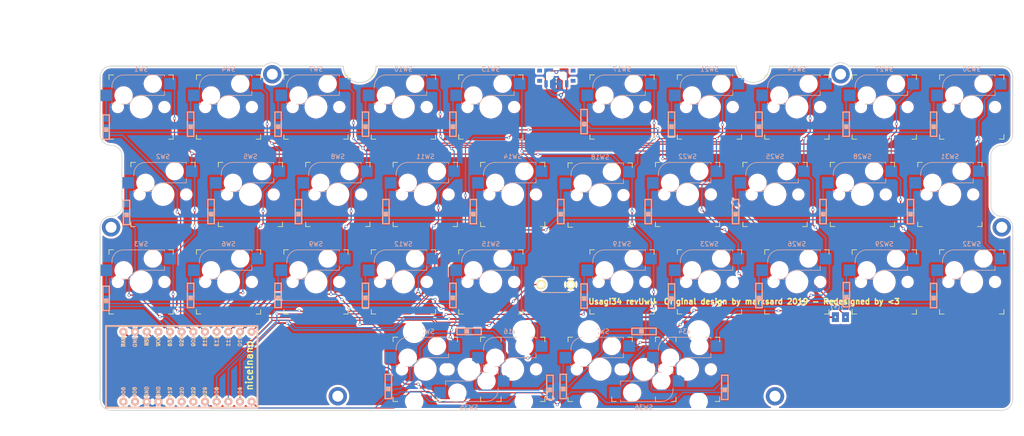
<source format=kicad_pcb>
(kicad_pcb (version 20211014) (generator pcbnew)
  (title_block (title "Treadstone32") (date "2019-06-12") (rev "1.1") (company "marksard"))
  (layers (0 "F.Cu" signal) (31 "B.Cu" signal) (34 "B.Paste" user) (35 "F.Paste" user) (36 "B.SilkS" user "B.Silkscreen") (37 "F.SilkS" user "F.Silkscreen") (38 "B.Mask" user) (39 "F.Mask" user) (44 "Edge.Cuts" user))
  (net 0 "")
  (net 1 "row4")
  (net 2 "row0")
  (net 3 "Net-(D1-Pad2)")
  (net 4 "Net-(D2-Pad2)")
  (net 5 "row1")
  (net 6 "row2")
  (net 7 "Net-(D3-Pad2)")
  (net 8 "Net-(D4-Pad2)")
  (net 9 "Net-(D5-Pad2)")
  (net 10 "Net-(D6-Pad2)")
  (net 11 "Net-(D7-Pad2)")
  (net 12 "Net-(D8-Pad2)")
  (net 13 "Net-(D9-Pad2)")
  (net 14 "Net-(D10-Pad2)")
  (net 15 "Net-(D11-Pad2)")
  (net 16 "Net-(D12-Pad2)")
  (net 17 "Net-(D13-Pad2)")
  (net 18 "Net-(D14-Pad2)")
  (net 19 "Net-(D15-Pad2)")
  (net 20 "row3")
  (net 21 "Net-(D16-Pad2)")
  (net 22 "Net-(D17-Pad2)")
  (net 23 "Net-(D18-Pad2)")
  (net 24 "row5")
  (net 25 "Net-(D19-Pad2)")
  (net 26 "row6")
  (net 27 "Net-(D20-Pad2)")
  (net 28 "row7")
  (net 29 "Net-(D21-Pad2)")
  (net 30 "Net-(D22-Pad2)")
  (net 31 "Net-(D23-Pad2)")
  (net 32 "Net-(D24-Pad2)")
  (net 33 "Net-(D25-Pad2)")
  (net 34 "Net-(D26-Pad2)")
  (net 35 "Net-(D27-Pad2)")
  (net 36 "Net-(D28-Pad2)")
  (net 37 "Net-(D29-Pad2)")
  (net 38 "Net-(D30-Pad2)")
  (net 39 "Net-(D31-Pad2)")
  (net 40 "Net-(D32-Pad2)")
  (net 41 "col0")
  (net 42 "col1")
  (net 43 "col2")
  (net 44 "col3")
  (net 45 "col4")
  (net 46 "Net-(D34-Pad2)")
  (net 47 "Net-(D33-Pad2)")
  (net 48 "Net-(D36-Pad2)")
  (net 49 "Net-(D35-Pad2)")
  (net 50 "BATT")
  (net 51 "GND")
  (net 52 "RST")
  (net 53 "x")
  (net 54 "raw")
  (net 55 "vcc")
  (footprint "keyswitches:Kailh_socket_MX" (layer "F.Cu") (at 114.82868 86.2528)
    (fp_text reference "SW2")
    (fp_text value "SW_PUSH")
  )
  (footprint "keyswitches:Kailh_socket_MX" (layer "F.Cu") (at 110.06606 105.30328)
    (fp_text reference "SW3")
    (fp_text value "SW_PUSH")
  )
  (footprint "keyswitches:Kailh_socket_MX" (layer "F.Cu") (at 129.11654 67.20232)
    (fp_text reference "SW4")
    (fp_text value "SW_PUSH")
  )
  (footprint "keyswitches:Kailh_socket_MX" (layer "F.Cu") (at 133.87916 86.2528)
    (fp_text reference "SW5")
    (fp_text value "SW_PUSH")
  )
  (footprint "keyswitches:Kailh_socket_MX" (layer "F.Cu") (at 129.11654 105.30328)
    (fp_text reference "SW6")
    (fp_text value "SW_PUSH")
  )
  (footprint "keyswitches:Kailh_socket_MX" (layer "F.Cu") (at 148.16702 67.20232)
    (fp_text reference "SW7")
    (fp_text value "SW_PUSH")
  )
  (footprint "keyswitches:Kailh_socket_MX" (layer "F.Cu") (at 152.92964 86.2528)
    (fp_text reference "SW8")
    (fp_text value "SW_PUSH")
  )
  (footprint "keyswitches:Kailh_socket_MX" (layer "F.Cu") (at 148.16702 105.30328)
    (fp_text reference "SW9")
    (fp_text value "SW_PUSH")
  )
  (footprint "keyswitches:Kailh_socket_MX" (layer "F.Cu") (at 167.2175 67.20232)
    (fp_text reference "SW10")
    (fp_text value "SW_PUSH")
  )
  (footprint "keyswitches:Kailh_socket_MX" (layer "F.Cu") (at 171.98012 86.2528)
    (fp_text reference "SW11")
    (fp_text value "SW_PUSH")
  )
  (footprint "keyswitches:Kailh_socket_MX" (layer "F.Cu") (at 167.2175 105.30328)
    (fp_text reference "SW12")
    (fp_text value "SW_PUSH")
  )
  (footprint "keyswitches:Kailh_socket_MX" (layer "F.Cu") (at 186.26798 67.20232)
    (fp_text reference "SW13")
    (fp_text value "SW_PUSH")
  )
  (footprint "keyswitches:Kailh_socket_MX" (layer "F.Cu") (at 191.0306 86.2528)
    (fp_text reference "SW14")
    (fp_text value "SW_PUSH")
  )
  (footprint "keyswitches:Kailh_socket_MX" (layer "F.Cu") (at 186.26798 105.30328)
    (fp_text reference "SW15")
    (fp_text value "SW_PUSH")
  )
  (footprint "keyswitches:Kailh_socket_MX" (layer "F.Cu") (at 214.8437 67.20232)
    (fp_text reference "SW17")
    (fp_text value "SW_PUSH")
  )
  (footprint "keyswitches:Kailh_socket_MX" (layer "F.Cu") (at 210.08108 86.382911)
    (fp_text reference "SW18")
    (fp_text value "SW_PUSH")
  )
  (footprint "keyswitches:Kailh_socket_MX" (layer "F.Cu") (at 214.8437 105.30328)
    (fp_text reference "SW19")
    (fp_text value "SW_PUSH")
  )
  (footprint "keyswitches:Kailh_socket_MX" (layer "F.Cu") (at 210.08108 124.35376)
    (fp_text reference "SW20")
    (fp_text value "SW_PUSH")
  )
  (footprint "keyswitches:Kailh_socket_MX" (layer "F.Cu") (at 233.89418 67.20232)
    (fp_text reference "SW21")
    (fp_text value "SW_PUSH")
  )
  (footprint "keyswitches:Kailh_socket_MX" (layer "F.Cu") (at 229.13156 86.2528)
    (fp_text reference "SW22")
    (fp_text value "SW_PUSH")
  )
  (footprint "keyswitches:Kailh_socket_MX" (layer "F.Cu") (at 233.89418 105.30328)
    (fp_text reference "SW23")
    (fp_text value "SW_PUSH")
  )
  (footprint "keyswitches:Kailh_socket_MX" (layer "F.Cu") (at 252.94466 67.20232)
    (fp_text reference "SW24")
    (fp_text value "SW_PUSH")
  )
  (footprint "keyswitches:Kailh_socket_MX" (layer "F.Cu") (at 248.18204 86.2528)
    (fp_text reference "SW25")
    (fp_text value "SW_PUSH")
  )
  (footprint "keyswitches:Kailh_socket_MX" (layer "F.Cu") (at 252.94466 105.30328)
    (fp_text reference "SW26")
    (fp_text value "SW_PUSH")
  )
  (footprint "keyswitches:Kailh_socket_MX" (layer "F.Cu") (at 271.99514 67.20232)
    (fp_text reference "SW27")
    (fp_text value "SW_PUSH")
  )
  (footprint "keyswitches:Kailh_socket_MX" (layer "F.Cu") (at 267.23252 86.2528)
    (fp_text reference "SW28")
    (fp_text value "SW_PUSH")
  )
  (footprint "keyswitches:Kailh_socket_MX" (layer "F.Cu") (at 271.99514 105.30328)
    (fp_text reference "SW29")
    (fp_text value "SW_PUSH")
  )
  (footprint "keyswitches:Kailh_socket_MX" (layer "F.Cu") (at 291.04562 67.20232)
    (fp_text reference "SW30")
    (fp_text value "SW_PUSH")
  )
  (footprint "keyswitches:Kailh_socket_MX" (layer "F.Cu") (at 286.283 86.2528)
    (fp_text reference "SW31")
    (fp_text value "SW_PUSH")
  )
  (footprint "keyswitches:Kailh_socket_MX" (layer "F.Cu") (at 291.04562 105.30328)
    (fp_text reference "SW32")
    (fp_text value "SW_PUSH")
  )
  (footprint "keyswitches:Kailh_socket_MX" (layer "F.Cu") (at 110.06606 67.20232)
    (fp_text reference "SW1")
    (fp_text value "SW_PUSH")
  )
  (footprint "kbd:LEGO_HOLE_2.4" (layer "F.Cu") (at 262.46486 60.06025)
    (fp_text reference "")
    (fp_text value "")
  )
  (footprint "kbd:LEGO_HOLE_2.4" (layer "F.Cu") (at 138.63986 60.06025)
    (fp_text reference "")
    (fp_text value "")
  )
  (footprint "kbd:LEGO_HOLE_2.4" (layer "F.Cu") (at 103.51763 93.39775)
    (fp_text reference "")
    (fp_text value "")
  )
  (footprint "kbd:LEGO_HOLE_2.4" (layer "F.Cu") (at 297.59521 93.39656)
    (fp_text reference "")
    (fp_text value "")
  )
  (footprint "kbd:LEGO_HOLE_2.4" (layer "F.Cu") (at 248.17736 130.21025)
    (fp_text reference "")
    (fp_text value "")
  )
  (footprint "kbd:LEGO_HOLE_2.4" (layer "F.Cu") (at 152.92736 130.21025)
    (fp_text reference "")
    (fp_text value "")
  )
  (footprint "keyswitches:Kailh_socket_MX" (layer "F.Cu") (at 229.13156 124.35376)
    (fp_text reference "SW34")
    (fp_text value "SW_PUSH")
  )
  (footprint "keyswitches:Kailh_socket_MX" (layer "F.Cu") (at 191.0306 124.35376)
    (fp_text reference "SW16")
    (fp_text value "SW_PUSH")
  )
  (footprint "keyswitches:Kailh_socket_MX" (layer "F.Cu") (at 181.50512 124.35376 180)
    (fp_text reference "SW35")
    (fp_text value "SW_PUSH")
  )
  (footprint "miaou:Stabilizer_Cherry_MX_2.00u" (layer "F.Cu") (at 181.50512 124.369 180)
    (fp_text reference "REF**" hide)
    (fp_text value "Stabilizer_Cherry_MX_2.00u" hide)
  )
  (footprint "miaou:Stabilizer_Cherry_MX_2.00u" (layer "F.Cu") (at 219.60608 124.369 180)
    (fp_text reference "REF**" hide)
    (fp_text value "Stabilizer_Cherry_MX_2.00u" hide)
  )
  (footprint "keyswitches:Kailh_socket_MX" (layer "F.Cu") (at 171.98012 124.35376)
    (fp_text reference "SW33")
    (fp_text value "SW_PUSH")
  )
  (footprint "keyswitches:Kailh_socket_MX" (layer "F.Cu") (at 219.60608 124.35376 180)
    (fp_text reference "SW36")
    (fp_text value "SW_PUSH")
  )
  (footprint "bugs:Battery_pads_reversible" (layer "F.Cu") (at 262.43986 112.979)
    (fp_text reference "BT1" hide)
    (fp_text value "Battery_Cell" hide)
  )
  (footprint "bugs:Power_reversible" (layer "F.Cu") (at 200.539857 60.378998 180)
    (fp_text reference "PSW1" hide)
    (fp_text value "SW_SPDT")
  )
  (footprint "kbd:ResetSW" (layer "F.Cu") (at 200.43986 105.879 180)
    (fp_text reference "SW16" hide)
    (fp_text value "SW_Push" hide)
  )
  (footprint "miaou:nice_nano" (layer "F.Cu") (at 120.17661 123.779)
    (fp_text reference "U1" hide)
    (fp_text value "nice_nano" hide)
  )
  (footprint "kbd:D3_SMD_only_front" (layer "B.Cu") (at 102.43986 108.879 90)
    (fp_text reference "D3" hide)
    (fp_text value "D" hide)
  )
  (footprint "kbd:D3_SMD_only_front" (layer "B.Cu") (at 102.44486 71.569 90)
    (fp_text reference "D1" hide)
    (fp_text value "D" hide)
  )
  (footprint "kbd:D3_SMD_only_front" (layer "B.Cu") (at 106.88986 90.159 90)
    (fp_text reference "D2" hide)
    (fp_text value "D" hide)
  )
  (footprint "kbd:D3_SMD_only_front" (layer "B.Cu") (at 120.85986 70.934 90)
    (fp_text reference "D4" hide)
    (fp_text value "D" hide)
  )
  (footprint "kbd:D3_SMD_only_front" (layer "B.Cu") (at 125.30486 89.984 90)
    (fp_text reference "D5" hide)
    (fp_text value "D" hide)
  )
  (footprint "kbd:D3_SMD_only_front" (layer "B.Cu") (at 120.85486 108.244 90)
    (fp_text reference "D6" hide)
    (fp_text value "D" hide)
  )
  (footprint "kbd:D3_SMD_only_front" (layer "B.Cu") (at 139.90986 70.934 90)
    (fp_text reference "D7" hide)
    (fp_text value "D" hide)
  )
  (footprint "kbd:D3_SMD_only_front" (layer "B.Cu") (at 144.35486 89.984 90)
    (fp_text reference "D8" hide)
    (fp_text value "D" hide)
  )
  (footprint "kbd:D3_SMD_only_front" (layer "B.Cu") (at 139.90486 108.244 90)
    (fp_text reference "D9" hide)
    (fp_text value "D" hide)
  )
  (footprint "kbd:D3_SMD_only_front" (layer "B.Cu") (at 158.95986 70.934 90)
    (fp_text reference "D10" hide)
    (fp_text value "D" hide)
  )
  (footprint "kbd:D3_SMD_only_front" (layer "B.Cu") (at 163.40486 89.984 90)
    (fp_text reference "D11" hide)
    (fp_text value "D" hide)
  )
  (footprint "kbd:D3_SMD_only_front" (layer "B.Cu") (at 158.95486 108.244 90)
    (fp_text reference "D12" hide)
    (fp_text value "D" hide)
  )
  (footprint "kbd:D3_SMD_only_front" (layer "B.Cu") (at 178.00986 70.934 90)
    (fp_text reference "D13" hide)
    (fp_text value "D" hide)
  )
  (footprint "kbd:D3_SMD_only_front" (layer "B.Cu") (at 182.45486 89.984 90)
    (fp_text reference "D14" hide)
    (fp_text value "D" hide)
  )
  (footprint "kbd:D3_SMD_only_front" (layer "B.Cu") (at 178.00486 108.244 90)
    (fp_text reference "D15" hide)
    (fp_text value "D" hide)
  )
  (footprint "kbd:D3_SMD_only_front" (layer "B.Cu") (at 206.58486 70.379 90)
    (fp_text reference "D17" hide)
    (fp_text value "D" hide)
  )
  (footprint "kbd:D3_SMD_only_front" (layer "B.Cu") (at 201.50486 89.984 90)
    (fp_text reference "D18" hide)
    (fp_text value "D" hide)
  )
  (footprint "kbd:D3_SMD_only_front" (layer "B.Cu") (at 206.58486 108.379 90)
    (fp_text reference "D19" hide)
    (fp_text value "D" hide)
  )
  (footprint "kbd:D3_SMD_only_front" (layer "B.Cu") (at 202.03986 128.079 90)
    (fp_text reference "D20" hide)
    (fp_text value "D" hide)
  )
  (footprint "kbd:D3_SMD_only_front" (layer "B.Cu") (at 225.63486 70.934 90)
    (fp_text reference "D21" hide)
    (fp_text value "D" hide)
  )
  (footprint "kbd:D3_SMD_only_front" (layer "B.Cu") (at 220.55486 89.984 90)
    (fp_text reference "D22" hide)
    (fp_text value "D" hide)
  )
  (footprint "kbd:D3_SMD_only_front" (layer "B.Cu") (at 225.63486 108.379 90)
    (fp_text reference "D23" hide)
    (fp_text value "D" hide)
  )
  (footprint "kbd:D3_SMD_only_front" (layer "B.Cu") (at 244.68486 70.934 90)
    (fp_text reference "D24" hide)
    (fp_text value "D" hide)
  )
  (footprint "kbd:D3_SMD_only_front" (layer "B.Cu") (at 244.68486 108.279 90)
    (fp_text reference "D26" hide)
    (fp_text value "D" hide)
  )
  (footprint "kbd:D3_SMD_only_front" (layer "B.Cu") (at 263.68986 70.934 90)
    (fp_text reference "D27" hide)
    (fp_text value "D" hide)
  )
  (footprint "kbd:D3_SMD_only_front" (layer "B.Cu") (at 258.65486 89.984 90)
    (fp_text reference "D28" hide)
    (fp_text value "D" hide)
  )
  (footprint "kbd:D3_SMD_only_front" (layer "B.Cu") (at 263.73486 108.079 90)
    (fp_text reference "D29" hide)
    (fp_text value "D" hide)
  )
  (footprint "kbd:D3_SMD_only_front" (layer "B.Cu") (at 282.73986 70.934 90)
    (fp_text reference "D30" hide)
    (fp_text value "D" hide)
  )
  (footprint "kbd:D3_SMD_only_front" (layer "B.Cu") (at 277.70486 89.984 90)
    (fp_text reference "D31" hide)
    (fp_text value "D" hide)
  )
  (footprint "kbd:D3_SMD_only_front" (layer "B.Cu") (at 282.73986 108.279 90)
    (fp_text reference "D32" hide)
    (fp_text value "D" hide)
  )
  (footprint "kbd:D3_SMD_only_front" (layer "B.Cu") (at 239.60486 89.984 90)
    (fp_text reference "D25" hide)
    (fp_text value "D" hide)
  )
  (footprint "kbd:D3_SMD_only_front" (layer "B.Cu") (at 237.23986 128.279 90)
    (fp_text reference "D34" hide)
    (fp_text value "D" hide)
  )
  (footprint "kbd:D3_SMD_only_front" (layer "B.Cu") (at 199.1389 128.279 90)
    (fp_text reference "D34" hide)
    (fp_text value "D" hide)
  )
  (footprint "kbd:D3_SMD_only_front" (layer "B.Cu") (at 163.9389 128.079 90)
    (fp_text reference "D20" hide)
    (fp_text value "D" hide)
  )
  (footprint "kbd:D3_SMD_only_front" (layer "B.Cu") (at 219.63986 116.079)
    (fp_text reference "D20" hide)
    (fp_text value "D" hide)
  )
  (footprint "kbd:D3_SMD_only_front" (layer "B.Cu") (at 181.5389 116.079)
    (fp_text reference "D20" hide)
    (fp_text value "D" hide)
  )
  (gr_circle (center 194.00779 114.82844) (end 193.41246 114.82844) (layer "F.SilkS") (width 0.2) (fill none))
  (gr_line (start 299.97053 73.157125) (end 299.97653 60.65341) (layer "Edge.Cuts") (width 0.2))
  (gr_line (start 101.13519 93.39776) (end 101.13632 130.90235) (layer "Edge.Cuts") (width 0.2))
  (gr_line (start 136.85611 58.27209) (end 103.51763 58.27209) (layer "Edge.Cuts") (width 0.2))
  (gr_line (start 154.117985 58.27209) (end 140.42809 58.27209) (layer "Edge.Cuts") (width 0.15))
  (gr_line (start 297.59521 58.27209) (end 264.25673 58.27209) (layer "Edge.Cuts") (width 0.2))
  (gr_line (start 103.51763 133.28366) (end 297.59521 133.28367) (layer "Edge.Cuts") (width 0.2))
  (gr_arc (start 103.51764 75.538315) (mid 101.8338 74.840845) (end 101.13633 73.157005) (layer "Edge.Cuts") (width 0.15))
  (gr_line (start 101.13631 60.65341) (end 101.13631 73.157125) (layer "Edge.Cuts") (width 0.2))
  (gr_arc (start 297.59522 58.2721) (mid 299.27906 58.96957) (end 299.97653 60.65341) (layer "Edge.Cuts") (width 0.2))
  (gr_arc (start 297.59422 91.01554) (mid 299.27806 91.71301) (end 299.97553 93.39685) (layer "Edge.Cuts") (width 0.15))
  (gr_line (start 239.842985 58.27209) (end 161.26464 58.27209) (layer "Edge.Cuts") (width 0.15))
  (gr_arc (start 161.26464 58.27209) (mid 157.691312 61.845418) (end 154.117985 58.27209) (layer "Edge.Cuts") (width 0.2))
  (gr_line (start 295.2139 77.91798) (end 295.21291 88.63423) (layer "Edge.Cuts") (width 0.15))
  (gr_arc (start 295.2139 77.91798) (mid 295.91137 76.23414) (end 297.59521 75.53667) (layer "Edge.Cuts") (width 0.15))
  (gr_arc (start 136.85611 58.27209) (mid 138.6421 57.532309) (end 140.42809 58.27209) (layer "Edge.Cuts") (width 0.15))
  (gr_arc (start 260.68475 58.27209) (mid 262.47074 57.532309) (end 264.25673 58.27209) (layer "Edge.Cuts") (width 0.15))
  (gr_line (start 260.68475 58.27209) (end 246.986735 58.27209) (layer "Edge.Cuts") (width 0.15))
  (gr_arc (start 299.97053 73.157125) (mid 299.275063 74.838216) (end 297.59521 75.53667) (layer "Edge.Cuts") (width 0.15))
  (gr_arc (start 101.13519 93.39776) (mid 101.83266 91.71392) (end 103.5165 91.01645) (layer "Edge.Cuts") (width 0.15))
  (gr_arc (start 297.59422 91.01554) (mid 295.91038 90.31807) (end 295.21291 88.63423) (layer "Edge.Cuts") (width 0.15))
  (gr_arc (start 299.97652 130.90236) (mid 299.27906 132.58621) (end 297.59521 133.28367) (layer "Edge.Cuts") (width 0.15))
  (gr_arc (start 103.51763 133.28366) (mid 101.833777 132.586198) (end 101.13632 130.90235) (layer "Edge.Cuts") (width 0.15))
  (gr_arc (start 103.51764 75.538315) (mid 105.20148 76.235785) (end 105.89895 77.919625) (layer "Edge.Cuts") (width 0.15))
  (gr_arc (start 246.986735 58.27209) (mid 243.41486 61.843965) (end 239.842985 58.27209) (layer "Edge.Cuts") (width 0.15))
  (gr_arc (start 101.13632 60.6534) (mid 101.83379 58.96956) (end 103.51763 58.27209) (layer "Edge.Cuts") (width 0.15))
  (gr_line (start 105.89895 77.919625) (end 105.89894 88.63393) (layer "Edge.Cuts") (width 0.15))
  (gr_arc (start 105.89894 88.63393) (mid 105.201133 90.318587) (end 103.5165 91.01645) (layer "Edge.Cuts") (width 0.15))
  (gr_line (start 299.97652 130.90236) (end 299.97553 93.39685) (layer "Edge.Cuts") (width 0.2))
  (gr_text "Usagi34 revUwU  Original design by marksard 2019 - Redesigned by <3" (at 241.43986 109.579) (layer "F.SilkS") (effects (font (size 1.2 1.2) (thickness 0.3))))
  (segment (start 168.752755 111.679) (end 174.03986 106.391895) (width 0.25) (layer "F.Cu") (net 1))
  (segment (start 174.03986 100.093549) (end 180.73986 93.393549) (width 0.25) (layer "F.Cu") (net 1))
  (segment (start 144.53986 111.579) (end 144.63986 111.679) (width 0.25) (layer "F.Cu") (net 1))
  (segment (start 174.03986 106.391895) (end 174.03986 100.093549) (width 0.25) (layer "F.Cu") (net 1))
  (segment (start 194.43986 72.179) (end 191.83986 72.179) (width 0.25) (layer "F.Cu") (net 1))
  (segment (start 144.63986 111.679) (end 168.752755 111.679) (width 0.25) (layer "F.Cu") (net 1))
  (segment (start 180.73986 93.393549) (end 180.73986 86.479) (width 0.25) (layer "F.Cu") (net 1))
  (segment (start 191.83986 72.179) (end 190.13986 73.879) (width 0.25) (layer "F.Cu") (net 1))
  (via (at 194.43986 72.179) (size 0.6) (drill 0.4) (layers "F.Cu" "B.Cu") (net 1))
  (via (at 180.73986 86.479) (size 0.6) (drill 0.4) (layers "F.Cu" "B.Cu") (net 1))
  (via (at 144.53986 111.579) (size 0.6) (drill 0.4) (layers "F.Cu" "B.Cu") (net 1))
  (via (at 190.13986 73.879) (size 0.6) (drill 0.4) (layers "F.Cu" "B.Cu") (net 1))
  (segment (start 282.73986 72.709) (end 263.68986 72.709) (width 0.25) (layer "B.Cu") (net 1))
  (segment (start 194.46486 72.154) (end 194.43986 72.179) (width 0.25) (layer "B.Cu") (net 1))
  (segment (start 207.13986 72.709) (end 206.58486 72.154) (width 0.25) (layer "B.Cu") (net 1))
  (segment (start 263.68986 72.709) (end 244.68486 72.709) (width 0.25) (layer "B.Cu") (net 1))
  (segment (start 180.73986 75.679) (end 180.73986 86.479) (width 0.25) (layer "B.Cu") (net 1))
  (segment (start 225.63486 72.709) (end 207.13986 72.709) (width 0.25) (layer "B.Cu") (net 1))
  (segment (start 244.68486 72.709) (end 225.63486 72.709) (width 0.25) (layer "B.Cu") (net 1))
  (segment (start 139.455976 111.579) (end 144.53986 111.579) (width 0.25) (layer "B.Cu") (net 1))
  (segment (start 138.53986 113.979) (end 138.53986 112.495116) (width 0.25) (layer "B.Cu") (net 1))
  (segment (start 182.53986 73.879) (end 180.73986 75.679) (width 0.25) (layer "B.Cu") (net 1))
  (segment (start 138.43986 114.079) (end 138.53986 113.979) (width 0.25) (layer "B.Cu") (net 1))
  (segment (start 126.52661 131.399) (end 126.52661 125.99225) (width 0.25) (layer "B.Cu") (net 1))
  (segment (start 126.52661 125.99225) (end 138.43986 114.079) (width 0.25) (layer "B.Cu") (net 1))
  (segment (start 206.58486 72.154) (end 194.46486 72.154) (width 0.25) (layer "B.Cu") (net 1))
  (segment (start 138.53986 112.495116) (end 139.455976 111.579) (width 0.25) (layer "B.Cu") (net 1))
  (segment (start 190.13986 73.879) (end 182.53986 73.879) (width 0.25) (layer "B.Cu") (net 1))
  (segment (start 118.66486 90.804) (end 118.66486 113.37725) (width 0.25) (layer "F.Cu") (net 2))
  (segment (start 117.93986 90.079) (end 118.66486 90.804) (width 0.25) (layer "F.Cu") (net 2))
  (segment (start 118.66486 113.37725) (end 121.44661 116.159) (width 0.25) (layer "F.Cu") (net 2))
  (via (at 117.93986 90.079) (size 0.6) (drill 0.4) (layers "F.Cu" "B.Cu") (net 2))
  (segment (start 117.93986 85.279) (end 117.93986 90.079) (width 0.25) (layer "B.Cu") (net 2))
  (segment (start 102.44486 73.344) (end 106.00486 73.344) (width 0.25) (layer "B.Cu") (net 2))
  (segment (start 103.07986 72.709) (end 102.44486 73.344) (width 0.25) (layer "B.Cu") (net 2))
  (segment (start 158.95986 72.709) (end 139.90986 72.709) (width 0.25) (layer "B.Cu") (net 2))
  (segment (start 106.00486 73.344) (end 117.43986 84.779) (width 0.25) (layer "B.Cu") (net 2))
  (segment (start 139.90986 72.709) (end 120.85986 72.709) (width 0.25) (layer "B.Cu") (net 2))
  (segment (start 178.00986 72.709) (end 158.95986 72.709) (width 0.25) (layer "B.Cu") (net 2))
  (segment (start 120.85986 72.709) (end 103.07986 72.709) (width 0.25) (layer "B.Cu") (net 2))
  (segment (start 117.43986 84.779) (end 117.93986 85.279) (width 0.25) (layer "B.Cu") (net 2))
  (segment (start 102.44486 69.794) (end 102.44486 64.72352) (width 0.25) (layer "B.Cu") (net 3))
  (segment (start 102.44486 64.72352) (end 102.50606 64.66232) (width 0.25) (layer "B.Cu") (net 3))
  (segment (start 106.88986 84.09162) (end 107.26868 83.7128) (width 0.25) (layer "B.Cu") (net 4))
  (segment (start 106.88986 88.384) (end 106.88986 84.09162) (width 0.25) (layer "B.Cu") (net 4))
  (segment (start 109.43986 108.179) (end 114.13986 112.879) (width 0.25) (layer "F.Cu") (net 5))
  (segment (start 107.43986 108.179) (end 109.43986 108.179) (width 0.25) (layer "F.Cu") (net 5))
  (via (at 114.13986 112.879) (size 0.6) (drill 0.4) (layers "F.Cu" "B.Cu") (net 5))
  (via (at 107.43986 108.179) (size 0.6) (drill 0.4) (layers "F.Cu" "B.Cu") (net 5))
  (segment (start 108.73986 103.079) (end 107.43986 104.379) (width 0.25) (layer "B.Cu") (net 5))
  (segment (start 144.35486 91.759) (end 163.40486 91.759) (width 0.25) (layer "B.Cu") (net 5))
  (segment (start 107.43986 104.379) (end 107.43986 108.179) (width 0.25) (layer "B.Cu") (net 5))
  (segment (start 106.88986 91.934) (end 125.12986 91.934) (width 0.25) (layer "B.Cu") (net 5))
  (segment (start 163.40486 91.759) (end 182.45486 91.759) (width 0.25) (layer "B.Cu") (net 5))
  (segment (start 125.30486 91.759) (end 144.35486 91.759) (width 0.25) (layer "B.Cu") (net 5))
  (segment (start 125.12986 91.934) (end 125.30486 91.759) (width 0.25) (layer "B.Cu") (net 5))
  (segment (start 114.13986 112.879) (end 115.62661 112.879) (width 0.25) (layer "B.Cu") (net 5))
  (segment (start 115.62661 112.879) (end 118.90661 116.159) (width 0.25) (layer "B.Cu") (net 5))
  (segment (start 106.88986 91.934) (end 108.73986 93.784) (width 0.25) (layer "B.Cu") (net 5))
  (segment (start 108.73986 93.784) (end 108.73986 103.079) (width 0.25) (layer "B.Cu") (net 5))
  (segment (start 158.95486 110.019) (end 139.90486 110.019) (width 0.25) (layer "B.Cu") (net 6))
  (segment (start 139.90486 110.019) (end 120.85486 110.019) (width 0.25) (layer "B.Cu") (net 6))
  (segment (start 102.43986 110.654) (end 110.86161 110.654) (width 0.25) (layer "B.Cu") (net 6))
  (segment (start 178.00486 110.019) (end 158.95486 110.019) (width 0.25) (layer "B.Cu") (net 6))
  (segment (start 120.85486 110.019) (end 103.07486 110.019) (width 0.25) (layer "B.Cu") (net 6))
  (segment (start 110.86161 110.654) (end 116.36661 116.159) (width 0.25) (layer "B.Cu") (net 6))
  (segment (start 103.07486 110.019) (end 102.43986 110.654) (width 0.25) (layer "B.Cu") (net 6))
  (segment (start 102.43986 107.104) (end 102.43986 102.82948) (width 0.25) (layer "B.Cu") (net 7))
  (segment (start 102.43986 102.82948) (end 102.50606 102.76328) (width 0.25) (layer "B.Cu") (net 7))
  (segment (start 120.85986 69.159) (end 120.85986 65.359) (width 0.25) (layer "B.Cu") (net 8))
  (segment (start 120.85986 65.359) (end 121.55654 64.66232) (width 0.25) (layer "B.Cu") (net 8))
  (segment (start 125.30486 84.7271) (end 126.31916 83.7128) (width 0.25) (layer "B.Cu") (net 9))
  (segment (start 125.30486 88.209) (end 125.30486 84.7271) (width 0.25) (layer "B.Cu") (net 9))
  (segment (start 120.85486 103.46496) (end 121.55654 102.76328) (width 0.25) (layer "B.Cu") (net 10))
  (segment (start 120.85486 106.469) (end 120.85486 103.46496) (width 0.25) (layer "B.Cu") (net 10))
  (segment (start 139.90986 69.159) (end 139.90986 65.35948) (width 0.25) (layer "B.Cu") (net 11))
  (segment (start 139.90986 65.35948) (end 140.60702 64.66232) (width 0.25) (layer "B.Cu") (net 11))
  (segment (start 144.35486 84.72758) (end 145.36964 83.7128) (width 0.25) (layer "B.Cu") (net 12))
  (segment (start 144.35486 88.209) (end 144.35486 84.72758) (width 0.25) (layer "B.Cu") (net 12))
  (segment (start 139.90486 103.46544) (end 140.60702 102.76328) (width 0.25) (layer "B.Cu") (net 13))
  (segment (start 139.90486 106.469) (end 139.90486 103.46544) (width 0.25) (layer "B.Cu") (net 13))
  (segment (start 158.95986 69.159) (end 158.95986 65.35996) (width 0.25) (layer "B.Cu") (net 14))
  (segment (start 158.95986 65.35996) (end 159.6575 64.66232) (width 0.25) (layer "B.Cu") (net 14))
  (segment (start 163.40486 88.209) (end 163.40486 84.72806) (width 0.25) (layer "B.Cu") (net 15))
  (segment (start 163.40486 84.72806) (end 164.42012 83.7128) (width 0.25) (layer "B.Cu") (net 15))
  (segment (start 158.95486 106.469) (end 158.95486 103.46592) (width 0.25) (layer "B.Cu") (net 16))
  (segment (start 158.95486 103.46592) (end 159.6575 102.76328) (width 0.25) (layer "B.Cu") (net 16))
  (segment (start 178.00986 65.36044) (end 178.70798 64.66232) (width 0.25) (layer "B.Cu") (net 17))
  (segment (start 178.00986 69.159) (end 178.00986 65.36044) (width 0.25) (layer "B.Cu") (net 17))
  (segment (start 182.45486 84.72854) (end 183.4706 83.7128) (width 0.25) (layer "B.Cu") (net 18))
  (segment (start 182.45486 88.209) (end 182.45486 84.72854) (width 0.25) (layer "B.Cu") (net 18))
  (segment (start 178.00486 106.469) (end 178.00486 103.4664) (width 0.25) (layer "B.Cu") (net 19))
  (segment (start 178.00486 103.4664) (end 178.70798 102.76328) (width 0.25) (layer "B.Cu") (net 19))
  (segment (start 174.03986 116.479) (end 170.83986 119.679) (width 0.25) (layer "B.Cu") (net 20))
  (segment (start 166.43986 129.279) (end 170.887862 129.279) (width 0.25) (layer "B.Cu") (net 20))
  (segment (start 168.63986 126.479) (end 166.53986 128.579) (width 0.25) (layer "B.Cu") (net 20))
  (segment (start 179.3639 116.479) (end 174.03986 116.479) (width 0.25) (layer "B.Cu") (net 20))
  (segment (start 166.53986 128.579) (end 165.2139 128.579) (width 0.25) (layer "B.Cu") (net 20))
  (segment (start 125.36661 132.779) (end 161.0139 132.779) (width 0.25) (layer "B.Cu") (net 20))
  (segment (start 168.63986 124.179) (end 168.63986 126.479) (width 0.25) (layer "B.Cu") (net 20))
  (segment (start 161.0139 132.779) (end 163.9389 129.854) (width 0.25) (layer "B.Cu") (net 20))
  (segment (start 172.987862 131.379) (end 189.93986 131.379) (width 0.25) (layer "B.Cu") (net 20))
  (segment (start 165.86486 129.854) (end 166.43986 129.279) (width 0.25) (layer "B.Cu") (net 20))
  (segment (start 163.9389 129.854) (end 165.86486 129.854) (width 0.25) (layer "B.Cu") (net 20))
  (segment (start 189.93986 131.379) (end 191.93986 129.379) (width 0.25) (layer "B.Cu") (net 20))
  (segment (start 170.83986 121.979) (end 168.63986 124.179) (width 0.25) (layer "B.Cu") (net 20))
  (segment (start 170.83986 119.679) (end 170.83986 121.979) (width 0.25) (layer "B.Cu") (net 20))
  (segment (start 123.98661 131.399) (end 125.36661 132.779) (width 0.25) (layer "B.Cu") (net 20))
  (segment (start 191.93986 129.379) (end 197.03986 129.379) (width 0.25) (layer "B.Cu") (net 20))
  (segment (start 197.03986 129.379) (end 197.71486 130.054) (width 0.25) (layer "B.Cu") (net 20))
  (segment (start 170.887862 129.279) (end 172.987862 131.379) (width 0.25) (layer "B.Cu") (net 20))
  (segment (start 197.71486 130.054) (end 199.1389 130.054) (width 0.25) (layer "B.Cu") (net 20))
  (segment (start 165.2139 128.579) (end 163.9389 129.854) (width 0.25) (layer "B.Cu") (net 20))
  (segment (start 179.7639 116.079) (end 179.3639 116.479) (width 0.25) (layer "B.Cu") (net 20))
  (segment (start 183.03986 126.379) (end 183.03986 128.179) (width 0.25) (layer "B.Cu") (net 21))
  (segment (start 183.73986 128.879) (end 196.7639 128.879) (width 0.25) (layer "B.Cu") (net 21))
  (segment (start 196.7639 128.879) (end 199.1389 126.504) (width 0.25) (layer "B.Cu") (net 21))
  (segment (start 183.03986 128.179) (end 183.73986 128.879) (width 0.25) (layer "B.Cu") (net 21))
  (segment (start 184.23986 122.58302) (end 184.23986 125.179) (width 0.25) (layer "B.Cu") (net 21))
  (segment (start 183.4706 121.81376) (end 184.23986 122.58302) (width 0.25) (layer "B.Cu") (net 21))
  (segment (start 184.23986 125.179) (end 183.03986 126.379) (width 0.25) (layer "B.Cu") (net 21))
  (segment (start 206.58486 65.36116) (end 207.2837 64.66232) (width 0.25) (layer "B.Cu") (net 22))
  (segment (start 206.58486 68.604) (end 206.58486 65.36116) (width 0.25) (layer "B.Cu") (net 22))
  (segment (start 201.50486 88.209) (end 201.50486 84.859131) (width 0.25) (layer "B.Cu") (net 23))
  (segment (start 201.50486 84.859131) (end 202.52108 83.842911) (width 0.25) (layer "B.Cu") (net 23))
  (segment (start 168.789151 112.279) (end 139.63986 112.279) (width 0.25) (layer "F.Cu") (net 24))
  (segment (start 176.43986 101.879) (end 176.43986 104.628291) (width 0.25) (layer "F.Cu") (net 24))
  (segment (start 184.33986 93.979) (end 176.43986 101.879) (width 0.25) (layer "F.Cu") (net 24))
  (segment (start 176.43986 104.628291) (end 168.789151 112.279) (width 0.25) (layer "F.Cu") (net 24))
  (segment (start 198.23986 93.979) (end 184.33986 93.979) (width 0.25) (layer "F.Cu") (net 24))
  (via (at 139.63986 112.279) (size 0.6) (drill 0.4) (layers "F.Cu" "B.Cu") (net 24))
  (via (at 198.23986 93.979) (size 0.6) (drill 0.4) (layers "F.Cu" "B.Cu") (net 24))
  (segment (start 201.50486 91.759) (end 200.45986 91.759) (width 0.25) (layer "B.Cu") (net 24))
  (segment (start 201.50486 91.759) (end 220.55486 91.759) (width 0.25) (layer "B.Cu") (net 24))
  (segment (start 139.63986 113.742604) (end 129.06661 124.315854) (width 0.25) (layer "B.Cu") (net 24))
  (segment (start 139.63986 112.279) (end 139.63986 113.742604) (width 0.25) (layer "B.Cu") (net 24))
  (segment (start 220.55486 91.759) (end 239.60486 91.759) (width 0.25) (layer "B.Cu") (net 24))
  (segment (start 200.45986 91.759) (end 198.23986 93.979) (width 0.25) (layer "B.Cu") (net 24))
  (segment (start 129.06661 124.315854) (end 129.06661 131.399) (width 0.25) (layer "B.Cu") (net 24))
  (segment (start 239.60486 91.759) (end 277.70486 91.759) (width 0.25) (layer "B.Cu") (net 24))
  (segment (start 206.58486 103.46212) (end 207.2837 102.76328) (width 0.25) (layer "B.Cu") (net 25))
  (segment (start 206.58486 106.604) (end 206.58486 103.46212) (width 0.25) (layer "B.Cu") (net 25))
  (segment (start 176.53986 112.379) (end 206.42443 112.379) (width 0.25) (layer "F.Cu") (net 26))
  (via (at 176.53986 112.379) (size 0.6) (drill 0.4) (layers "F.Cu" "B.Cu") (net 26))
  (via (at 206.42443 112.379) (size 0.6) (drill 0.4) (layers "F.Cu" "B.Cu") (net 26))
  (segment (start 164.980757 115.254) (end 143.698744 115.254) (width 0.25) (layer "B.Cu") (net 26))
  (segment (start 176.06486 112.854) (end 167.380757 112.854) (width 0.25) (layer "B.Cu") (net 26))
  (segment (start 206.42443 112.379) (end 206.58486 112.21857) (width 0.25) (layer "B.Cu") (net 26))
  (segment (start 244.88486 109.854) (end 244.68486 110.054) (width 0.25) (layer "B.Cu") (net 26))
  (segment (start 143.698744 115.254) (end 142.098744 113.654) (width 0.25) (layer "B.Cu") (net 26))
  (segment (start 140.36486 113.654) (end 131.60661 122.41225) (width 0.25) (layer "B.Cu") (net 26))
  (segment (start 225.63486 110.154) (end 206.58486 110.154) (width 0.25) (layer "B.Cu") (net 26))
  (segment (start 225.73486 110.054) (end 225.63486 110.154) (width 0.25) (layer "B.Cu") (net 26))
  (segment (start 176.53986 112.379) (end 176.06486 112.854) (width 0.25) (layer "B.Cu") (net 26))
  (segment (start 244.68486 110.054) (end 225.73486 110.054) (width 0.25) (layer "B.Cu") (net 26))
  (segment (start 263.93486 110.054) (end 263.73486 109.854) (width 0.25) (layer "B.Cu") (net 26))
  (segment (start 142.098744 113.654) (end 140.36486 113.654) (width 0.25) (layer "B.Cu") (net 26))
  (segment (start 263.73486 109.854) (end 244.88486 109.854) (width 0.25) (layer "B.Cu") (net 26))
  (segment (start 131.60661 122.41225) (end 131.60661 131.399) (width 0.25) (layer "B.Cu") (net 26))
  (segment (start 282.73986 110.054) (end 263.93486 110.054) (width 0.25) (layer "B.Cu") (net 26))
  (segment (start 206.58486 112.21857) (end 206.58486 110.154) (width 0.25) (layer "B.Cu") (net 26))
  (segment (start 167.380757 112.854) (end 164.980757 115.254) (width 0.25) (layer "B.Cu") (net 26))
  (segment (start 202.03986 122.29498) (end 202.52108 121.81376) (width 0.25) (layer "B.Cu") (net 27))
  (segment (start 202.03986 126.304) (end 202.03986 122.29498) (width 0.25) (layer "B.Cu") (net 27))
  (segment (start 182.263861 129.454999) (end 180.23986 131.479) (width 0.25) (layer "F.Cu") (net 28))
  (segment (start 172.763305 129.179) (end 168.73986 129.179) (width 0.25) (layer "F.Cu") (net 28))
  (segment (start 180.23986 131.479) (end 175.063305 131.479) (width 0.25) (layer "F.Cu") (net 28))
  (segment (start 168.73986 129.179) (end 165.13986 132.779) (width 0.25) (layer "F.Cu") (net 28))
  (segment (start 175.063305 131.479) (end 172.763305 129.179) (width 0.25) (layer "F.Cu") (net 28))
  (segment (start 135.52661 132.779) (end 134.14661 131.399) (width 0.25) (layer "F.Cu") (net 28))
  (segment (start 165.13986 132.779) (end 135.52661 132.779) (width 0.25) (layer "F.Cu") (net 28))
  (segment (start 198.115859 129.454999) (end 182.263861 129.454999) (width 0.25) (layer "F.Cu") (net 28))
  (segment (start 200.73986 132.079) (end 198.115859 129.454999) (width 0.25) (layer "F.Cu") (net 28))
  (via (at 200.73986 132.079) (size 0.6) (drill 0.4) (layers "F.Cu" "B.Cu") (net 28))
  (segment (start 202.03986 129.854) (end 203.16486 129.854) (width 0.25) (layer "B.Cu") (net 28))
  (segment (start 228.147895 129.379) (end 236.56486 129.379) (width 0.25) (layer "B.Cu") (net 28))
  (segment (start 211.33986 131.579) (end 225.947895 131.579) (width 0.25) (layer "B.Cu") (net 28))
  (segment (start 209.03986 129.279) (end 211.33986 131.579) (width 0.25) (layer "B.Cu") (net 28))
  (segment (start 203.73986 129.279) (end 209.03986 129.279) (width 0.25) (layer "B.Cu") (net 28))
  (segment (start 202.03986 129.854) (end 202.03986 130.779) (width 0.25) (layer "B.Cu") (net 28))
  (segment (start 203.16486 129.854) (end 203.73986 129.279) (width 0.25) (layer "B.Cu") (net 28))
  (segment (start 207.33986 123.979) (end 207.33986 123.579) (width 0.25) (layer "B.Cu") (net 28))
  (segment (start 211.53986 116.079) (end 217.86486 116.079) (width 0.25) (layer "B.Cu") (net 28))
  (segment (start 207.33986 123.579) (end 210.43986 120.479) (width 0.25) (layer "B.Cu") (net 28))
  (segment (start 202.03986 129.279) (end 207.33986 123.979) (width 0.25) (layer "B.Cu") (net 28))
  (segment (start 202.03986 130.779) (end 200.73986 132.079) (width 0.25) (layer "B.Cu") (net 28))
  (segment (start 202.03986 129.854) (end 202.03986 129.279) (width 0.25) (layer "B.Cu") (net 28))
  (segment (start 210.43986 120.479) (end 210.43986 117.179) (width 0.25) (layer "B.Cu") (net 28))
  (segment (start 236.56486 129.379) (end 237.23986 130.054) (width 0.25) (layer "B.Cu") (net 28))
  (segment (start 210.43986 117.179) (end 211.53986 116.079) (width 0.25) (layer "B.Cu") (net 28))
  (segment (start 225.947895 131.579) (end 228.147895 129.379) (width 0.25) (layer "B.Cu") (net 28))
  (segment (start 225.63486 69.159) (end 225.63486 65.36164) (width 0.25) (layer "B.Cu") (net 29))
  (segment (start 225.63486 65.36164) (end 226.33418 64.66232) (width 0.25) (layer "B.Cu") (net 29))
  (segment (start 220.55486 84.7295) (end 221.57156 83.7128) (width 0.25) (layer "B.Cu") (net 30))
  (segment (start 220.55486 88.209) (end 220.55486 84.7295) (width 0.25) (layer "B.Cu") (net 30))
  (segment (start 225.63486 103.4626) (end 226.33418 102.76328) (width 0.25) (layer "B.Cu") (net 31))
  (segment (start 225.63486 106.604) (end 225.63486 103.4626) (width 0.25) (layer "B.Cu") (net 31))
  (segment (start 244.68486 69.159) (end 244.68486 65.36212) (width 0.25) (layer "B.Cu") (net 32))
  (segment (start 244.68486 65.36212) (end 245.38466 64.66232) (width 0.25) (layer "B.Cu") (net 32))
  (segment (start 239.60486 84.72998) (end 240.62204 83.7128) (width 0.25) (layer "B.Cu") (net 33))
  (segment (start 239.60486 88.209) (end 239.60486 84.72998) (width 0.25) (layer "B.Cu") (net 33))
  (segment (start 244.68486 103.46308) (end 245.38466 102.76328) (width 0.25) (layer "B.Cu") (net 34))
  (segment (start 244.68486 106.504) (end 244.68486 103.46308) (width 0.25) (layer "B.Cu") (net 34))
  (segment (start 263.68986 69.159) (end 263.68986 65.4076) (width 0.25) (layer "B.Cu") (net 35))
  (segment (start 263.68986 65.4076) (end 264.43514 64.66232) (width 0.25) (layer "B.Cu") (net 35))
  (segment (start 258.65486 84.73046) (end 259.67252 83.7128) (width 0.25) (layer "B.Cu") (net 36))
  (segment (start 258.65486 88.209) (end 258.65486 84.73046) (width 0.25) (layer "B.Cu") (net 36))
  (segment (start 263.73486 106.304) (end 263.73486 103.46356) (width 0.25) (layer "B.Cu") (net 37))
  (segment (start 263.73486 103.46356) (end 264.43514 102.76328) (width 0.25) (layer "B.Cu") (net 37))
  (segment (start 282.73986 69.159) (end 282.73986 65.40808) (width 0.25) (layer "B.Cu") (net 38))
  (segment (start 282.73986 65.40808) (end 283.48562 64.66232) (width 0.25) (layer "B.Cu") (net 38))
  (segment (start 277.70486 84.73094) (end 278.723 83.7128) (width 0.25) (layer "B.Cu") (net 39))
  (segment (start 277.70486 88.209) (end 277.70486 84.73094) (width 0.25) (layer "B.Cu") (net 39))
  (segment (start 282.73986 106.504) (end 282.73986 103.50904) (width 0.25) (layer "B.Cu") (net 40))
  (segment (start 282.73986 103.50904) (end 283.48562 102.76328) (width 0.25) (layer "B.Cu") (net 40))
  (segment (start 121.73986 93.079) (end 121.73986 89.679) (width 0.25) (layer "F.Cu") (net 41))
  (segment (start 117.33986 73.479) (end 117.33986 69.679) (width 0.25) (layer "F.Cu") (net 41))
  (segment (start 196.53986 77.479) (end 121.33986 77.479) (width 0.25) (layer "F.Cu") (net 41))
  (segment (start 121.33986 77.479) (end 121.13986 77.279) (width 0.25) (layer "F.Cu") (net 41))
  (segment (start 118.03986 111.679) (end 117.03986 110.679) (width 0.25) (layer "F.Cu") (net 41))
  (segment (start 217.03986 89.879) (end 217.03986 92.579) (width 0.25) (layer "F.Cu") (net 41))
  (segment (start 117.03986 110.679) (end 117.03986 107.979) (width 0.25) (layer "F.Cu") (net 41))
  (segment (start 221.73986 107.479) (end 221.73986 111.079) (width 0.25) (layer "F.Cu") (net 41))
  (segment (start 121.13986 77.279) (end 117.33986 73.479) (width 0.25) (layer "F.Cu") (net 41))
  (segment (start 221.83986 70.679) (end 221.83986 74.079) (width 0.25) (layer "F.Cu") (net 41))
  (via (at 221.73986 107.479) (size 0.6) (drill 0.4) (layers "F.Cu" "B.Cu") (net 41))
  (via (at 121.13986 77.279) (size 0.6) (drill 0.4) (layers "F.Cu" "B.Cu") (net 41))
  (via (at 118.03986 111.679) (size 0.6) (drill 0.4) (layers "F.Cu" "B.Cu") (net 41))
  (via (at 121.73986 93.079) (size 0.6) (drill 0.4) (layers "F.Cu" "B.Cu") (net 41))
  (via (at 221.73986 111.079) (size 0.6) (drill 0.4) (layers "F.Cu" "B.Cu") (net 41))
  (via (at 221.83986 74.079) (size 0.6) (drill 0.4) (layers "F.Cu" "B.Cu") (net 41))
  (via (at 217.03986 89.879) (size 0.6) (drill 0.4) (layers "F.Cu" "B.Cu") (net 41))
  (via (at 121.73986 89.679) (size 0.6) (drill 0.4) (layers "F.Cu" "B.Cu") (net 41))
  (via (at 117.03986 107.979) (size 0.6) (drill 0.4) (layers "F.Cu" "B.Cu") (net 41))
  (via (at 117.33986 69.679) (size 0.6) (drill 0.4) (layers "F.Cu" "B.Cu") (net 41))
  (via (at 221.83986 70.679) (size 0.6) (drill 0.4) (layers "F.Cu" "B.Cu") (net 41))
  (via (at 217.03986 92.579) (size 0.6) (drill 0.4) (layers "F.Cu" "B.Cu") (net 41))
  (via (at 196.53986 77.479) (size 0.6) (drill 0.4) (layers "F.Cu" "B.Cu") (net 41))
  (segment (start 220.03986 112.129) (end 220.03986 119.479) (width 0.25) (layer "B.Cu") (net 41))
  (segment (start 119.50661 111.679) (end 123.98661 116.159) (width 0.25) (layer "B.Cu") (net 41))
  (segment (start 216.37108 81.302911) (end 212.547169 77.479) (width 0.25) (layer "B.Cu") (net 41))
  (segment (start 221.1337 100.22328) (end 221.73986 100.82944) (width 0.25) (layer "B.Cu") (net 41))
  (segment (start 221.83986 62.82848) (end 221.1337 62.12232) (width 0.25) (layer "B.Cu") (net 41))
  (segment (start 121.73986 81.79398) (end 121.73986 89.679) (width 0.25) (layer "B.Cu") (net 41))
  (segment (start 221.73986 111.079) (end 221.08986 111.079) (width 0.25) (layer "B.Cu") (net 41))
  (segment (start 121.73986 93.079) (end 121.73986 94.83948) (width 0.25) (layer "B.Cu") (net 41))
  (segment (start 117.03986 100.90708) (end 117.03986 107.979) (width 0.25) (layer "B.Cu") (net 41))
  (segment (start 212.547169 77.479) (end 196.53986 77.479) (width 0.25) (layer "B.Cu") (net 41))
  (segment (start 216.73986 122.779) (end 216.73986 126.179) (width 0.25) (layer "B.Cu") (net 41))
  (segment (start 118.03986 111.679) (end 119.50661 111.679) (width 0.25) (layer "B.Cu") (net 41))
  (segment (start 218.23986 77.679) (end 218.23986 79.434131) (width 0.25) (layer "B.Cu") (net 41))
  (segment (start 217.03986 92.579) (end 221.1337 96.67284) (width 0.25) (layer "B.Cu") (net 41))
  (segment (start 116.35606 62.12232) (end 117.33986 63.10612) (width 0.25) (layer "B.Cu") (net 41))
  (segment (start 221.73986 100.82944) (end 221.73986 107.479) (width 0.25) (layer "B.Cu") (net 41))
  (segment (start 220.03986 119.479) (end 216.73986 122.779) (width 0.25) (layer "B.Cu") (net 41))
  (segment (start 221.08986 111.079) (end 220.03986 112.129) (width 0.25) (layer "B.Cu") (net 41))
  (segment (start 116.35606 100.22328) (end 117.03986 100.90708) (width 0.25) (layer "B.Cu") (net 41))
  (segment (start 213.4851 129.43376) (end 213.31608 129.43376) (width 0.25) (layer "B.Cu") (net 41))
  (segment (start 121.73986 94.83948) (end 116.35606 100.22328) (width 0.25) (layer "B.Cu") (net 41))
  (segment (start 216.37108 81.302911) (end 217.03986 81.971691) (width 0.25) (layer "B.Cu") (net 41))
  (segment (start 221.83986 70.679) (end 221.83986 62.82848) (width 0.25) (layer "B.Cu") (net 41))
  (segment (start 216.73986 126.179) (end 213.4851 129.43376) (width 0.25) (layer "B.Cu") (net 41))
  (segment (start 221.83986 74.079) (end 218.23986 77.679) (width 0.25) (layer "B.Cu") (net 41))
  (segment (start 121.13986 77.279) (end 121.11868 77.30018) (width 0.25) (layer "B.Cu") (net 41))
  (segment (start 121.11868 81.1728) (end 121.73986 81.79398) (width 0.25) (layer "B.Cu") (net 41))
  (segment (start 221.1337 96.67284) (end 221.1337 100.22328) (width 0.25) (layer "B.Cu") (net 41))
  (segment (start 117.33986 63.10612) (end 117.33986 69.679) (width 0.25) (layer "B.Cu") (net 41))
  (segment (start 121.11868 77.30018) (end 121.11868 81.1728) (width 0.25) (layer "B.Cu") (net 41))
  (segment (start 217.03986 81.971691) (end 217.03986 89.879) (width 0.25) (layer "B.Cu") (net 41))
  (segment (start 218.23986 79.434131) (end 216.37108 81.302911) (width 0.25) (layer "B.Cu") (net 41))
  (segment (start 131.03986 107.679) (end 126.52661 112.19225) (width 0.25) (layer "F.Cu") (net 42))
  (segment (start 136.63986 89.879) (end 136.63986 92.579) (width 0.25) (layer "F.Cu") (net 42))
  (segment (start 239.63986 108.179) (end 240.83986 106.979) (width 0.25) (layer "F.Cu") (net 42))
  (segment (start 223.03986 74.079) (end 235.53986 74.079) (width 0.25) (layer "F.Cu") (net 42))
  (segment (start 138.53986 75.079) (end 222.03986 75.079) (width 0.25) (layer "F.Cu") (net 42))
  (segment (start 132.23986 107.679) (end 131.03986 107.679) (width 0.25) (layer "F.Cu") (net 42))
  (segment (start 240.83986 106.979) (end 240.83986 106.679) (width 0.25) (layer "F.Cu") (net 42))
  (segment (start 223.63986 118.479) (end 227.53986 114.579) (width 0.25) (layer "F.Cu") (net 42))
  (segment (start 234.418723 111.479) (end 237.718723 108.179) (width 0.25) (layer "F.Cu") (net 42))
  (segment (start 236.73986 72.879) (end 235.53986 74.079) (width 0.25) (layer "F.Cu") (net 42))
  (segment (start 240.83986 106.679) (end 240.83986 103.979) (width 0.25) (layer "F.Cu") (net 42))
  (segment (start 237.718723 108.179) (end 239.63986 108.179) (width 0.25) (layer "F.Cu") (net 42))
  (segment (start 232.23986 89.579) (end 236.53986 93.879) (width 0.25) (layer "F.Cu") (net 42))
  (segment (start 136.63986 92.579) (end 136.13986 93.079) (width 0.25) (layer "F.Cu") (net 42))
  (segment (start 236.53986 93.879) (end 237.13986 93.879) (width 0.25) (layer "F.Cu") (net 42))
  (segment (start 222.03986 75.079) (end 223.03986 74.079) (width 0.25) (layer "F.Cu") (net 42))
  (segment (start 218.83986 118.479) (end 223.63986 118.479) (width 0.25) (layer "F.Cu") (net 42))
  (segment (start 137.53986 74.079) (end 138.53986 75.079) (width 0.25) (layer "F.Cu") (net 42))
  (segment (start 236.73986 71.079) (end 236.73986 72.879) (width 0.25) (layer "F.Cu") (net 42))
  (segment (start 137.53986 70.879) (end 137.53986 74.079) (width 0.25) (layer "F.Cu") (net 42))
  (segment (start 240.83986 103.979) (end 240.33986 103.479) (width 0.25) (layer "F.Cu") (net 42))
  (segment (start 230.53986 111.479) (end 234.418723 111.479) (width 0.25) (layer "F.Cu") (net 42))
  (segment (start 126.52661 112.19225) (end 126.52661 116.159) (width 0.25) (layer "F.Cu") (net 42))
  (via (at 240.33986 103.479) (size 0.6) (drill 0.4) (layers "F.Cu" "B.Cu") (net 42))
  (via (at 137.53986 70.879) (size 0.6) (drill 0.4) (layers "F.Cu" "B.Cu") (net 42))
  (via (at 132.23986 107.679) (size 0.6) (drill 0.4) (layers "F.Cu" "B.Cu") (net 42))
  (via (at 138.53986 75.079) (size 0.6) (drill 0.4) (layers "F.Cu" "B.Cu") (net 42))
  (via (at 227.53986 114.579) (size 0.6) (drill 0.4) (layers "F.Cu" "B.Cu") (net 42))
  (via (at 230.53986 111.479) (size 0.6) (drill 0.4) (layers "F.Cu" "B.Cu") (net 42))
  (via (at 136.63986 89.879) (size 0.6) (drill 0.4) (layers "F.Cu" "B.Cu") (net 42))
  (via (at 232.23986 89.579) (size 0.6) (drill 0.4) (layers "F.Cu" "B.Cu") (net 42))
  (via (at 237.13986 93.879) (size 0.6) (drill 0.4) (layers "F.Cu" "B.Cu") (net 42))
  (via (at 236.73986 71.079) (size 0.6) (drill 0.4) (layers "F.Cu" "B.Cu") (net 42))
  (via (at 235.53986 74.079) (size 0.6) (drill 0.4) (layers "F.Cu" "B.Cu") (net 42))
  (via (at 218.83986 118.479) (size 0.6) (drill 0.4) (layers "F.Cu" "B.Cu") (net 42))
  (via (at 136.13986 93.079) (size 0.6) (drill 0.4) (layers "F.Cu" "B.Cu") (net 42))
  (segment (start 138.53986 75.079) (end 140.16916 76.7083) (width 0.25) (layer "B.Cu") (net 42))
  (segment (start 135.40654 62.12232) (end 137.53986 64.25564) (width 0.25) (layer "B.Cu") (net 42))
  (segment (start 240.18418 103.32332) (end 240.18418 100.22328) (width 0.25) (layer "B.Cu") (net 42))
  (segment (start 232.23986 84.3545) (end 232.23986 89.579) (width 0.25) (layer "B.Cu") (net 42))
  (segment (start 216.37108 119.27376) (end 218.0451 119.27376) (width 0.25) (layer "B.Cu") (net 42))
  (segment (start 135.40654 100.22328) (end 132.23986 103.38996) (width 0.25) (layer "B.Cu") (net 42))
  (segment (start 135.40654 93.81232) (end 135.40654 100.22328) (width 0.25) (layer "B.Cu") (net 42))
  (segment (start 132.23986 103.38996) (end 132.23986 107.679) (width 0.25) (layer "B.Cu") (net 42))
  (segment (start 236.73986 65.56664) (end 236.73986 71.079) (width 0.25) (layer "B.Cu") (net 42))
  (segment (start 235.42156 81.1728) (end 232.23986 84.3545) (width 0.25) (layer "B.Cu") (net 42))
  (segment (start 237.13986 93.879) (end 240.18418 96.92332) (width 0.25) (layer "B.Cu") (net 42))
  (segment (start 140.16916 81.1728) (end 140.16916 82.0497) (width 0.25) (layer "B.Cu") (net 42))
  (segment (start 227.53986 114.579) (end 230.53986 111.579) (width 0.25) (layer "B.Cu") (net 42))
  (segment (start 240.18418 62.12232) (end 236.73986 65.56664) (width 0.25) (layer "B.Cu") (net 42))
  (segment (start 230.53986 111.579) (end 230.53986 111.479) (width 0.25) (layer "B.Cu") (net 42))
  (segment (start 235.42156 74.1973) (end 235.42156 81.1728) (width 0.25) (layer "B.Cu") (net 42))
  (segment (start 240.18418 96.92332) (end 240.18418 100.22328) (width 0.25) (layer "B.Cu") (net 42))
  (segment (start 136.63986 85.579) (end 136.63986 89.879) (width 0.25) (layer "B.Cu") (net 42))
  (segment (start 137.53986 64.25564) (end 137.53986 70.879) (width 0.25) (layer "B.Cu") (net 42))
  (segment (start 140.16916 76.7083) (end 140.16916 81.1728) (width 0.25) (layer "B.Cu") (net 42))
  (segment (start 240.33986 103.479) (end 240.18418 103.32332) (width 0.25) (layer "B.Cu") (net 42))
  (segment (start 140.16916 82.0497) (end 137.03986 85.179) (width 0.25) (layer "B.Cu") (net 42))
  (segment (start 218.0451 119.27376) (end 218.83986 118.479) (width 0.25) (layer "B.Cu") (net 42))
  (segment (start 137.03986 85.179) (end 136.63986 85.579) (width 0.25) (layer "B.Cu") (net 42))
  (segment (start 235.53986 74.079) (end 235.42156 74.1973) (width 0.25) (layer "B.Cu") (net 42))
  (segment (start 136.13986 93.079) (end 135.40654 93.81232) (width 0.25) (layer "B.Cu") (net 42))
  (segment (start 248.93986 111.579) (end 252.63986 111.579) (width 0.25) (layer "F.Cu") (net 43))
  (segment (start 255.83986 69.679) (end 255.83986 72.679) (width 0.25) (layer "F.Cu") (net 43))
  (segment (start 222.226256 75.529) (end 222.976256 74.779) (width 0.25) (layer "F.Cu") (net 43))
  (segment (start 162.43986 116.479) (end 160.53986 114.579) (width 0.25) (layer "F.Cu") (net 43))
  (segment (start 156.33986 74.079) (end 156.33986 70.679) (width 0.25) (layer "F.Cu") (net 43))
  (segment (start 170.43986 127.579) (end 167.53986 127.579) (width 0.25) (layer "F.Cu") (net 43))
  (segment (start 137.24661 107.979) (end 129.06661 116.159) (width 0.25) (layer "F.Cu") (net 43))
  (segment (start 155.33986 110.979) (end 155.33986 110.679) (width 0.25) (layer "F.Cu") (net 43))
  (segment (start 167.53986 127.579) (end 163.93986 123.979) (width 0.25) (layer "F.Cu") (net 43))
  (segment (start 160.53986 114.579) (end 157.73986 114.579) (width 0.25) (layer "F.Cu") (net 43))
  (segment (start 162.43986 123.279) (end 162.43986 116.479) (width 0.25) (layer "F.Cu") (net 43))
  (segment (start 256.43986 89.579) (end 256.43986 92.879) (width 0.25) (layer "F.Cu") (net 43))
  (segment (start 155.83986 89.879) (end 155.83986 92.079) (width 0.25) (layer "F.Cu") (net 43))
  (segment (start 256.43986 92.879) (end 256.93986 93.379) (width 0.25) (layer "F.Cu") (net 43))
  (segment (start 155.83986 92.079) (end 154.73986 93.179) (width 0.25) (layer "F.Cu") (net 43))
  (segment (start 158.98986 75.529) (end 222.226256 75.529) (width 0.25) (layer "F.Cu") (net 43))
  (segment (start 253.73986 74.779) (end 254.43986 74.079) (width 0.25) (layer "F.Cu") (net 43))
  (segment (start 163.93986 123.979) (end 163.13986 123.979) (width 0.25) (layer "F.Cu") (net 43))
  (segment (start 255.83986 72.679) (end 254.43986 74.079) (width 0.25) (layer "F.Cu") (net 43))
  (segment (start 163.13986 123.979) (end 162.43986 123.279) (width 0.25) (layer "F.Cu") (net 43))
  (segment (start 158.38986 76.129) (end 158.98986 75.529) (width 0.25) (layer "F.Cu") (net 43))
  (segment (start 151.43986 107.979) (end 137.24661 107.979) (width 0.25) (layer "F.Cu") (net 43))
  (segment (start 222.976256 74.779) (end 253.73986 74.779) (width 0.25) (layer "F.Cu") (net 43))
  (segment (start 155.33986 110.679) (end 153.83986 109.179) (width 0.25) (layer "F.Cu") (net 43))
  (segment (start 252.63986 111.579) (end 256.03986 108.179) (width 0.25) (layer "F.Cu") (net 43))
  (via (at 156.33986 74.079) (size 0.6) (drill 0.4) (layers "F.Cu" "B.Cu") (net 43))
  (via (at 155.83986 89.879) (size 0.6) (drill 0.4) (layers "F.Cu" "B.Cu") (net 43))
  (via (at 256.43986 89.579) (size 0.6) (drill 0.4) (layers "F.Cu" "B.Cu") (net 43))
  (via (at 153.83986 109.179) (size 0.6) (drill 0.4) (layers "F.Cu" "B.Cu") (net 43))
  (via (at 254.43986 74.079) (size 0.6) (drill 0.4) (layers "F.Cu" "B.Cu") (net 43))
  (via (at 157.73986 114.579) (size 0.6) (drill 0.4) (layers "F.Cu" "B.Cu") (net 43))
  (via (at 256.03986 108.179) (size 0.6) (drill 0.4) (layers "F.Cu" "B.Cu") (net 43))
  (via (at 155.33986 110.979) (size 0.6) (drill 0.4) (layers "F.Cu" "B.Cu") (net 43))
  (via (at 151.43986 107.979) (size 0.6) (drill 0.4) (layers "F.Cu" "B.Cu") (net 43))
  (via (at 170.43986 127.579) (size 0.6) (drill 0.4) (layers "F.Cu" "B.Cu") (net 43))
  (via (at 156.33986 70.679) (size 0.6) (drill 0.4) (layers "F.Cu" "B.Cu") (net 43))
  (via (at 256.93986 93.379) (size 0.6) (drill 0.4) (layers "F.Cu" "B.Cu") (net 43))
  (via (at 255.83986 69.679) (size 0.6) (drill 0.4) (layers "F.Cu" "B.Cu") (net 43))
  (via (at 248.93986 111.579) (size 0.6) (drill 0.4) (layers "F.Cu" "B.Cu") (net 43))
  (via (at 158.38986 76.129) (size 0.6) (drill 0.4) (layers "F.Cu" "B.Cu") (net 43))
  (via (at 154.73986 93.179) (size 0.6) (drill 0.4) (layers "F.Cu" "B.Cu") (net 43))
  (segment (start 256.93986 93.379) (end 259.23466 95.6738) (width 0.25) (layer "B.Cu") (net 43))
  (segment (start 153.83986 109.179) (end 152.63986 107.979) (width 0.25) (layer "B.Cu") (net 43))
  (segment (start 159.21964 81.1728) (end 159.21964 81.79922) (width 0.25) (layer "B.Cu") (net 43))
  (segment (start 256.03986 108.179) (end 258.43986 108.179) (width 0.25) (layer "B.Cu") (net 43))
  (segment (start 239.73986 111.579) (end 248.93986 111.579) (width 0.25) (layer "B.Cu") (net 43))
  (segment (start 152.63986 107.979) (end 151.43986 107.979) (width 0.25) (layer "B.Cu") (net 43))
  (segment (start 151.43986 104.279) (end 151.43986 107.979) (width 0.25) (layer "B.Cu") (net 43))
  (segment (start 156.33986 74.079) (end 158.38986 76.129) (width 0.25) (layer "B.Cu") (net 43))
  (segment (start 239.23986 112.079) (end 239.73986 111.579) (width 0.25) (layer "B.Cu") (net 43))
  (segment (start 254.47204 74.11118) (end 254.47204 81.1728) (width 0.25) (layer "B.Cu") (net 43))
  (segment (start 258.43986 108.179) (end 260.03986 106.579) (width 0.25) (layer "B.Cu") (net 43))
  (segment (start 260.03986 101.02848) (end 259.23466 100.22328) (width 0.25) (layer "B.Cu") (net 43))
  (segment (start 154.45702 93.46184) (end 154.45702 100.22328) (width 0.25) (layer "B.Cu") (net 43))
  (segment (start 259.23466 95.6738) (end 259.23466 100.22328) (width 0.25) (layer "B.Cu") (net 43))
  (segment (start 254.43986 74.079) (end 254.47204 74.11118) (width 0.25) (layer "B.Cu") (net 43))
  (segment (start 254.47204 81.1728) (end 256.43986 83.14062) (width 0.25) (layer "B.Cu") (net 43))
  (segment (start 157.73986 113.379) (end 155.33986 110.979) (width 0.25) (layer "B.Cu") (net 43))
  (segment (start 159.21964 76.95878) (end 159.21964 81.1728) (width 0.25) (layer "B.Cu") (net 43))
  (segment (start 172.29462 129.43376) (end 170.43986 127.579) (width 0.25) (layer "B.Cu") (net 43))
  (segment (start 155.83986 85.179) (end 155.83986 89.879) (width 0.25) (layer "B.Cu") (net 43))
  (segment (start 156.03986 84.979) (end 155.83986 85.179) (width 0.25) (layer "B.Cu") (net 43))
  (segment (start 154.45702 101.26184) (end 151.73986 103.979) (width 0.25) (layer "B.Cu") (net 43))
  (segment (start 159.21964 81.79922) (end 156.03986 84.979) (width 0.25) (layer "B.Cu") (net 43))
  (segment (start 156.33986 64.00516) (end 156.33986 70.679) (width 0.25) (layer "B.Cu") (net 43))
  (segment (start 175.21512 129.43376) (end 172.29462 129.43376) (width 0.25) (layer "B.Cu") (net 43))
  (segment (start 151.73986 103.979) (end 151.43986 104.279) (width 0.25) (layer "B.Cu") (net 43))
  (segment (start 259.23466 62.12232) (end 255.83986 65.51712) (width 0.25) (layer "B.Cu") (net 43))
  (segment (start 154.45702 62.12232) (end 156.33986 64.00516) (width 0.25) (layer "B.Cu") (net 43))
  (segment (start 260.03986 106.579) (end 260.03986 101.02848) (width 0.25) (layer "B.Cu") (net 43))
  (segment (start 157.73986 114.579) (end 157.73986 113.379) (width 0.25) (layer "B.Cu") (net 43))
  (segment (start 158.38986 76.129) (end 159.21964 76.95878) (width 0.25) (layer "B.Cu") (net 43))
  (segment (start 235.42156 119.27376) (end 235.42156 115.8973) (width 0.25) (layer "B.Cu") (net 43))
  (segment (start 256.43986 83.14062) (end 256.43986 89.579) (width 0.25) (layer "B.Cu") (net 43))
  (segment (start 255.83986 65.51712) (end 255.83986 69.679) (width 0.25) (layer "B.Cu") (net 43))
  (segment (start 235.42156 115.8973) (end 239.23986 112.079) (width 0.25) (layer "B.Cu") (net 43))
  (segment (start 154.73986 93.179) (end 154.45702 93.46184) (width 0.25) (layer "B.Cu") (net 43))
  (segment (start 154.45702 100.22328) (end 154.45702 101.26184) (width 0.25) (layer "B.Cu") (net 43))
  (segment (start 222.412652 75.979) (end 223.112652 75.279) (width 0.25) (layer "F.Cu") (net 44))
  (segment (start 174.83986 92.079) (end 173.83986 93.079) (width 0.25) (layer "F.Cu") (net 44))
  (segment (start 175.33986 73.579) (end 175.23986 73.479) (width 0.25) (layer "F.Cu") (net 44))
  (segment (start 152.880976 108.237884) (end 152.33986 108.779) (width 0.25) (layer "F.Cu") (net 44))
  (segment (start 223.112652 75.279) (end 271.83986 75.279) (width 0.25) (layer "F.Cu") (net 44))
  (segment (start 177.43986 116.079) (end 177.73986 115.779) (width 0.25) (layer "F.Cu") (net 44))
  (segment (start 271.83986 75.279) (end 273.33986 73.779) (width 0.25) (layer "F.Cu") (net 44))
  (segment (start 175.23986 73.479) (end 175.23986 68.779) (width 0.25) (layer "F.Cu") (net 44))
  (segment (start 177.68986 76.229) (end 177.93986 75.979) (width 0.25) (layer "F.Cu") (net 44))
  (segment (start 174.83986 89.179) (end 174.83986 92.079) (width 0.25) (layer "F.Cu") (net 44))
  (segment (start 175.43986 111.079) (end 174.13986 109.779) (width 0.25) (layer "F.Cu") (net 44))
  (segment (start 169.580976 108.237884) (end 152.880976 108.237884) (width 0.25) (layer "F.Cu") (net 44))
  (segment (start 274.63986 70.879) (end 274.63986 72.479) (width 0.25) (layer "F.Cu") (net 44))
  (segment (start 274.63986 72.479) (end 273.33986 73.779) (width 0.25) (layer "F.Cu") (net 44))
  (segment (start 174.13986 109.779) (end 174.13986 109.079) (width 0.25) (layer "F.Cu") (net 44))
  (segment (start 177.93986 75.979) (end 222.412652 75.979) (width 0.25) (layer "F.Cu") (net 44))
  (segment (start 138.98661 108.779) (end 131.60661 116.159) (width 0.25) (layer "F.Cu") (net 44))
  (segment (start 152.33986 108.779) (end 138.98661 108.779) (width 0.25) (layer "F.Cu") (net 44))
  (segment (start 177.43986 117.279) (end 177.43986 116.079) (width 0.25) (layer "F.Cu") (net 44))
  (segment (start 170.43986 107.379) (end 169.580976 108.237884) (width 0.25) (layer "F.Cu") (net 44))
  (segment (start 275.53986 93.079) (end 276.13986 93.679) (width 0.25) (layer "F.Cu") (net 44))
  (segment (start 275.53986 87.379) (end 275.53986 93.079) (width 0.25) (layer "F.Cu") (net 44))
  (via (at 175.33986 73.579) (size 0.6) (drill 0.4) (layers "F.Cu" "B.Cu") (net 44))
  (via (at 170.43986 107.379) (size 0.6) (drill 0.4) (layers "F.Cu" "B.Cu") (net 44))
  (via (at 273.33986 73.779) (size 0.6) (drill 0.4) (layers "F.Cu" "B.Cu") (net 44))
  (via (at 173.83986 93.079) (size 0.6) (drill 0.4) (layers "F.Cu" "B.Cu") (net 44))
  (via (at 177.73986 115.779) (size 0.6) (drill 0.4) (layers "F.Cu" "B.Cu") (net 44))
  (via (at 177.43986 117.279) (size 0.6) (drill 0.4) (layers "F.Cu" "B.Cu") (net 44))
  (via (at 177.68986 76.229) (size 0.6) (drill 0.4) (layers "F.Cu" "B.Cu") (net 44))
  (via (at 275.53986 87.379) (size 0.6) (drill 0.4) (layers "F.Cu" "B.Cu") (net 44))
  (via (at 276.13986 93.679) (size 0.6) (drill 0.4) (layers "F.Cu" "B.Cu") (net 44))
  (via (at 174.13986 109.079) (size 0.6) (drill 0.4) (layers "F.Cu" "B.Cu") (net 44))
  (via (at 174.83986 89.179) (size 0.6) (drill 0.4) (layers "F.Cu" "B.Cu") (net 44))
  (via (at 175.23986 68.779) (size 0.6) (drill 0.4) (layers "F.Cu" "B.Cu") (net 44))
  (via (at 274.63986 70.879) (size 0.6) (drill 0.4) (layers "F.Cu" "B.Cu") (net 44))
  (via (at 175.43986 111.079) (size 0.6) (drill 0.4) (layers "F.Cu" "B.Cu") (net 44))
  (segment (start 170.73986 103.979) (end 170.43986 104.279) (width 0.25) (layer "B.Cu") (net 44))
  (segment (start 175.13986 85.379) (end 174.83986 85.679) (width 0.25) (layer "B.Cu") (net 44))
  (segment (start 175.33986 73.579) (end 175.33986 73.879) (width 0.25) (layer "B.Cu") (net 44))
  (segment (start 177.68986 76.229) (end 178.27012 76.80926) (width 0.25) (layer "B.Cu") (net 44))
  (segment (start 174.13986 109.079) (end 172.13986 109.079) (width 0.25) (layer "B.Cu") (net 44))
  (segment (start 274.63986 66.779) (end 274.63986 70.879) (width 0.25) (layer "B.Cu") (net 44))
  (segment (start 278.28514 95.82428) (end 278.28514 100.22328) (width 0.25) (layer "B.Cu") (net 44))
  (segment (start 173.5075 100.22328) (end 173.5075 101.21136) (width 0.25) (layer "B.Cu") (net 44))
  (segment (start 177.73986 115.079) (end 178.63986 114.179) (width 0.25) (layer "B.Cu") (net 44))
  (segment (start 178.27012 119.27376) (end 178.27012 118.10926) (width 0.25) (layer "B.Cu") (net 44))
  (segment (start 273.52252 81.1728) (end 273.54752 81.1728) (width 0.25) (layer "B.Cu") (net 44))
  (segment (start 178.27012 82.24874) (end 175.13986 85.379) (width 0.25) (layer "B.Cu") (net 44))
  (segment (start 178.27012 76.80926) (end 178.27012 81.1728) (width 0.25) (layer "B.Cu") (net 44))
  (segment (start 276.13986 93.679) (end 278.28514 95.82428) (width 0.25) (layer "B.Cu") (net 44))
  (segment (start 278.28514 63.13372) (end 274.93986 66.479) (width 0.25) (layer "B.Cu") (net 44))
  (segment (start 177.13986 111.579) (end 176.63986 111.079) (width 0.25) (layer "B.Cu") (net 44))
  (segment (start 173.83986 93.079) (end 173.5075 93.41136) (width 0.25) (layer "B.Cu") (net 44))
  (segment (start 178.63986 114.179) (end 178.63986 113.079) (width 0.25) (layer "B.Cu") (net 44))
  (segment (start 170.43986 104.279) (end 170.43986 107.379) (width 0.25) (layer "B.Cu") (net 44))
  (segment (start 275.53986 83.16514) (end 275.53986 87.379) (width 0.25) (layer "B.Cu") (net 44))
  (segment (start 178.27012 118.10926) (end 177.43986 117.279) (width 0.25) (layer "B.Cu") (net 44))
  (segment (start 174.83986 85.679) (end 174.83986 89.179) (width 0.25) (layer "B.Cu") (net 44))
  (segment (start 178.27012 81.1728) (end 178.27012 82.24874) (width 0.25) (layer "B.Cu") (net 44))
  (segment (start 177.73986 115.779) (end 177.73986 115.079) (width 0.25) (layer "B.Cu") (net 44))
  (segment (start 173.5075 62.12232) (end 175.23986 63.85468) (width 0.25) (layer "B.Cu") (net 44))
  (segment (start 172.13986 109.079) (end 170.43986 107.379) (width 0.25) (layer "B.Cu") (net 44))
  (segment (start 278.28514 62.12232) (end 278.28514 63.13372) (width 0.25) (layer "B.Cu") (net 44))
  (segment (start 176.63986 111.079) (end 175.43986 111.079) (width 0.25) (layer "B.Cu") (net 44))
  (segment (start 273.54752 81.1728) (end 275.53986 83.16514) (width 0.25) (layer "B.Cu") (net 44))
  (segment (start 173.5075 101.21136) (end 170.73986 103.979) (width 0.25) (layer "B.Cu") (net 44))
  (segment (start 175.23986 63.85468) (end 175.23986 68.779) (width 0.25) (layer "B.Cu") (net 44))
  (segment (start 273.33986 73.779) (end 273.52252 73.96166) (width 0.25) (layer "B.Cu") (net 44))
  (segment (start 175.33986 73.879) (end 177.68986 76.229) (width 0.25) (layer "B.Cu") (net 44))
  (segment (start 178.63986 113.079) (end 177.13986 111.579) (width 0.25) (layer "B.Cu") (net 44))
  (segment (start 274.93986 66.479) (end 274.63986 66.779) (width 0.25) (layer "B.Cu") (net 44))
  (segment (start 173.5075 93.41136) (end 173.5075 100.22328) (width 0.25) (layer "B.Cu") (net 44))
  (segment (start 273.52252 73.96166) (end 273.52252 81.1728) (width 0.25) (layer "B.Cu") (net 44))
  (segment (start 174.53986 114.079) (end 186.73986 114.079) (width 0.25) (layer "F.Cu") (net 45))
  (segment (start 137.22661 113.079) (end 173.53986 113.079) (width 0.25) (layer "F.Cu") (net 45))
  (segment (start 191.83986 121.879) (end 194.33986 121.879) (width 0.25) (layer "F.Cu") (net 45))
  (segment (start 173.53986 113.079) (end 174.53986 114.079) (width 0.25) (layer "F.Cu") (net 45))
  (segment (start 290.03986 76.779) (end 292.573 74.24586) (width 0.25) (layer "F.Cu") (net 45))
  (segment (start 193.03986 76.779) (end 290.03986 76.779) (width 0.25) (layer "F.Cu") (net 45))
  (segment (start 190.13986 120.179) (end 191.83986 121.879) (width 0.25) (layer "F.Cu") (net 45))
  (segment (start 190.13986 117.479) (end 190.13986 120.179) (width 0.25) (layer "F.Cu") (net 45))
  (segment (start 134.14661 116.159) (end 137.22661 113.079) (width 0.25) (layer "F.Cu") (net 45))
  (segment (start 186.73986 114.079) (end 190.13986 117.479) (width 0.25) (layer "F.Cu") (net 45))
  (via (at 194.33986 121.879) (size 0.6) (drill 0.4) (layers "F.Cu" "B.Cu") (net 45))
  (via (at 292.573 74.24586) (size 0.6) (drill 0.4) (layers "F.Cu" "B.Cu") (net 45))
  (via (at 193.03986 76.779) (size 0.6) (drill 0.4) (layers "F.Cu" "B.Cu") (net 45))
  (segment (start 197.3206 119.27376) (end 196.43986 118.39302) (width 0.25) (layer "B.Cu") (net 45))
  (segment (start 294.03986 82.63966) (end 294.03986 96.92752) (width 0.25) (layer "B.Cu") (net 45))
  (segment (start 192.55798 100.22328) (end 194.525865 98.255395) (width 0.25) (layer "B.Cu") (net 45))
  (segment (start 192.93986 111.579) (end 192.93986 100.60516) (width 0.25) (layer "B.Cu") (net 45))
  (segment (start 194.525865 98.255395) (end 194.525865 83.967535) (width 0.25) (layer "B.Cu") (net 45))
  (segment (start 193.03986 76.89206) (end 193.03986 76.779) (width 0.25) (layer "B.Cu") (net 45))
  (segment (start 193.03986 76.779) (end 193.03986 62.6042) (width 0.25) (layer "B.Cu") (net 45))
  (segment (start 292.573 81.1728) (end 294.03986 82.63966) (width 0.25) (layer "B.Cu") (net 45))
  (segment (start 297.33562 62.12232) (end 293.83986 65.61808) (width 0.25) (layer "B.Cu") (net 45))
  (segment (start 194.71536 121.879) (end 197.3206 119.27376) (width 0.25) (layer "B.Cu") (net 45))
  (segment (start 292.573 74.24586) (end 292.573 81.1728) (width 0.25) (layer "B.Cu") (net 45))
  (segment (start 293.83986 68.979) (end 292.573 70.24586) (width 0.25) (layer "B.Cu") (net 45))
  (segment (start 197.3206 81.1728) (end 193.03986 76.89206) (width 0.25) (layer "B.Cu") (net 45))
  (segment (start 194.33986 121.879) (end 194.71536 121.879) (width 0.25) (layer "B.Cu") (net 45))
  (segment (start 196.43986 118.39302) (end 196.43986 115.079) (width 0.25) (layer "B.Cu") (net 45))
  (segment (start 193.03986 62.6042) (end 192.55798 62.12232) (width 0.25) (layer "B.Cu") (net 45))
  (segment (start 196.43986 115.079) (end 192.93986 111.579) (width 0.25) (layer "B.Cu") (net 45))
  (segment (start 292.573 70.24586) (end 292.573 74.24586) (width 0.25) (layer "B.Cu") (net 45))
  (segment (start 293.83986 65.61808) (end 293.83986 68.979) (width 0.25) (layer "B.Cu") (net 45))
  (segment (start 192.93986 100.60516) (end 192.55798 100.22328) (width 0.25) (layer "B.Cu") (net 45))
  (segment (start 294.03986 96.92752) (end 297.33562 100.22328) (width 0.25) (layer "B.Cu") (net 45))
  (segment (start 194.525865 83.967535) (end 197.3206 81.1728) (width 0.25) (layer "B.Cu") (net 45))
  (segment (start 234.86486 128.879) (end 237.23986 126.504) (width 0.25) (layer "B.Cu") (net 46))
  (segment (start 221.57156 121.81376) (end 222.43986 122.68206) (width 0.25) (layer "B.Cu") (net 46))
  (segment (start 222.43986 125.098879) (end 221.23986 126.298879) (width 0.25) (layer "B.Cu") (net 46))
  (segment (start 221.23986 126.298879) (end 221.23986 128.479) (width 0.25) (layer "B.Cu") (net 46))
  (segment (start 221.63986 128.879) (end 234.86486 128.879) (width 0.25) (layer "B.Cu") (net 46))
  (segment (start 222.43986 122.68206) (end 222.43986 125.098879) (width 0.25) (layer "B.Cu") (net 46))
  (segment (start 221.23986 128.479) (end 221.63986 128.879) (width 0.25) (layer "B.Cu") (net 46))
  (segment (start 163.9389 126.304) (end 163.9389 122.29498) (width 0.25) (layer "B.Cu") (net 47))
  (segment (start 163.9389 122.29498) (end 164.42012 121.81376) (width 0.25) (layer "B.Cu") (net 47))
  (segment (start 226.63986 123.229) (end 226.63986 126.36754) (width 0.25) (layer "B.Cu") (net 48))
  (segment (start 227.63986 122.229) (end 226.63986 123.229) (width 0.25) (layer "B.Cu") (net 48))
  (segment (start 227.63986 121.179) (end 227.63986 122.229) (width 0.25) (layer "B.Cu") (net 48))
  (segment (start 221.41486 116.079) (end 222.53986 116.079) (width 0.25) (layer "B.Cu") (net 48))
  (segment (start 226.63986 126.36754) (end 227.16608 126.89376) (width 0.25) (layer "B.Cu") (net 48))
  (segment (start 222.53986 116.079) (end 227.63986 121.179) (width 0.25) (layer "B.Cu") (net 48))
  (segment (start 188.43986 126.2685) (end 189.06512 126.89376) (width 0.25) (layer "B.Cu") (net 49))
  (segment (start 186.789143 116.079) (end 189.43986 118.729717) (width 0.25) (layer "B.Cu") (net 49))
  (segment (start 183.3139 116.079) (end 186.789143 116.079) (width 0.25) (layer "B.Cu") (net 49))
  (segment (start 188.43986 123.479) (end 188.43986 126.2685) (width 0.25) (layer "B.Cu") (net 49))
  (segment (start 189.43986 118.729717) (end 189.43986 122.479) (width 0.25) (layer "B.Cu") (net 49))
  (segment (start 189.43986 122.479) (end 188.43986 123.479) (width 0.25) (layer "B.Cu") (net 49))
  (segment (start 256.562184 105.301324) (end 235.33986 84.079) (width 0.25) (layer "F.Cu") (net 50))
  (segment (start 231.63986 84.079) (end 226.03986 78.479) (width 0.25) (layer "F.Cu") (net 50))
  (segment (start 226.03986 78.479) (end 223.73986 78.479) (width 0.25) (layer "F.Cu") (net 50))
  (segment (start 256.562184 105.751324) (end 256.562184 105.301324) (width 0.25) (layer "F.Cu") (net 50))
  (segment (start 263.53986 112.979) (end 263.53986 112.729) (width 0.25) (layer "F.Cu") (net 50))
  (segment (start 222.63986 73.479) (end 222.63986 71.879) (width 0.25) (layer "F.Cu") (net 50))
  (segment (start 201.53986 64.579) (end 202.789857 63.329003) (width 0.25) (layer "F.Cu") (net 50))
  (segment (start 235.33986 84.079) (end 231.63986 84.079) (width 0.25) (layer "F.Cu") (net 50))
  (segment (start 202.789857 63.329003) (end 202.789857 62.128998) (width 0.25) (layer "F.Cu") (net 50))
  (segment (start 263.53986 112.729) (end 256.562184 105.751324) (width 0.25) (layer "F.Cu") (net 50))
  (via (at 222.63986 73.479) (size 0.6) (drill 0.4) (layers "F.Cu" "B.Cu") (net 50))
  (via (at 201.53986 64.579) (size 0.8) (drill 0.4) (layers "F.Cu" "B.Cu") (net 50))
  (via (at 222.63986 71.879) (size 0.6) (drill 0.4) (layers "F.Cu" "B.Cu") (net 50))
  (via (at 263.53986 112.979) (size 0.6) (drill 0.4) (layers "F.Cu" "B.Cu") (net 50))
  (via (at 223.73986 78.479) (size 0.6) (drill 0.4) (layers "F.Cu" "B.Cu") (net 50))
  (segment (start 222.63986 71.879) (end 208.08486 71.879) (width 0.25) (layer "B.Cu") (net 50))
  (segment (start 208.08486 71.879) (end 201.53986 65.334) (width 0.25) (layer "B.Cu") (net 50))
  (segment (start 199.83986 64.579) (end 198.289857 63.028997) (width 0.25) (layer "B.Cu") (net 50))
  (segment (start 201.53986 64.579) (end 199.83986 64.579) (width 0.25) (layer "B.Cu") (net 50))
  (segment (start 198.289857 63.028997) (end 198.289857 62.128998) (width 0.25) (layer "B.Cu") (net 50))
  (segment (start 223.73986 78.479) (end 223.73986 74.579) (width 0.25) (layer "B.Cu") (net 50))
  (segment (start 201.53986 65.334) (end 201.53986 64.579) (width 0.25) (layer "B.Cu") (net 50))
  (segment (start 223.73986 74.579) (end 222.63986 73.479) (width 0.25) (layer "B.Cu") (net 50))
  (segment (start 199.789857 61.729005) (end 200.539862 60.979) (width 0.25) (layer "F.Cu") (net 51))
  (segment (start 199.789857 62.128998) (end 199.789857 61.729005) (width 0.25) (layer "F.Cu") (net 51))
  (via (at 200.539862 60.979) (size 0.8) (drill 0.4) (layers "F.Cu" "B.Cu") (net 51))
  (segment (start 201.289857 61.728995) (end 200.539862 60.979) (width 0.25) (layer "B.Cu") (net 51))
  (segment (start 201.289857 62.128998) (end 201.289857 61.728995) (width 0.25) (layer "B.Cu") (net 51))
  (segment (start 134.23986 118.079) (end 113.20661 118.079) (width 0.25) (layer "F.Cu") (net 52))
  (segment (start 174.603464 114.779) (end 173.478464 113.654) (width 0.25) (layer "F.Cu") (net 52))
  (segment (start 194.83986 105.879) (end 197.18986 105.879) (width 0.25) (layer "F.Cu") (net 52))
  (segment (start 113.20661 118.079) (end 111.28661 116.159) (width 0.25) (layer "F.Cu") (net 52))
  (segment (start 185.83986 114.779) (end 174.603464 114.779) (width 0.25) (layer "F.Cu") (net 52))
  (segment (start 173.478464 113.654) (end 140.26486 113.654) (width 0.25) (layer "F.Cu") (net 52))
  (segment (start 191.23986 109.479) (end 194.83986 105.879) (width 0.25) (layer "F.Cu") (net 52))
  (segment (start 140.26486 113.654) (end 140.23986 113.679) (width 0.25) (layer "F.Cu") (net 52))
  (segment (start 140.23986 113.679) (end 138.63986 113.679) (width 0.25) (layer "F.Cu") (net 52))
  (segment (start 138.63986 113.679) (end 134.23986 118.079) (width 0.25) (layer "F.Cu") (net 52))
  (via (at 185.83986 114.779) (size 0.6) (drill 0.4) (layers "F.Cu" "B.Cu") (net 52))
  (via (at 185.83986 114.779) (size 0.6) (drill 0.4) (layers "F.Cu" "B.Cu") (net 52))
  (via (at 191.23986 109.479) (size 0.6) (drill 0.4) (layers "F.Cu" "B.Cu") (net 52))
  (segment (start 185.83986 114.779) (end 185.93986 114.779) (width 0.25) (layer "B.Cu") (net 52))
  (segment (start 185.93986 114.779) (end 191.23986 109.479) (width 0.25) (layer "B.Cu") (net 52))
  (segment (start 198.13986 59.679) (end 198.13986 61.979001) (width 0.25) (layer "F.Cu") (net 53))
  (segment (start 198.491209 59.327651) (end 198.13986 59.679) (width 0.25) (layer "F.Cu") (net 53))
  (segment (start 200.288511 59.327651) (end 198.491209 59.327651) (width 0.25) (layer "F.Cu") (net 53))
  (segment (start 200.53986 59.579) (end 200.288511 59.327651) (width 0.25) (layer "F.Cu") (net 53))
  (segment (start 198.13986 61.979001) (end 198.289857 62.128998) (width 0.25) (layer "F.Cu") (net 53))
  (via (at 200.53986 59.579) (size 0.8) (drill 0.4) (layers "F.Cu" "B.Cu") (net 53))
  (segment (start 200.83986 59.279) (end 202.73986 59.279) (width 0.25) (layer "B.Cu") (net 53))
  (segment (start 202.93986 61.978995) (end 202.789857 62.128998) (width 0.25) (layer "B.Cu") (net 53))
  (segment (start 200.53986 59.579) (end 200.83986 59.279) (width 0.25) (layer "B.Cu") (net 53))
  (segment (start 202.93986 59.479) (end 202.93986 61.978995) (width 0.25) (layer "B.Cu") (net 53))
  (segment (start 202.73986 59.279) (end 202.93986 59.479) (width 0.25) (layer "B.Cu") (net 53))
  (segment (start 141.83986 114.279) (end 139.63986 114.279) (width 0.4) (layer "F.Cu") (net 54))
  (segment (start 177.13986 113.379) (end 207.223744 113.379) (width 0.4) (layer "F.Cu") (net 54))
  (segment (start 139.63986 114.279) (end 135.03986 118.879) (width 0.4) (layer "F.Cu") (net 54))
  (segment (start 108.92661 118.879) (end 106.20661 116.159) (width 0.4) (layer "F.Cu") (net 54))
  (segment (start 261.33986 112.979) (end 207.623744 112.979) (width 0.4) (layer "F.Cu") (net 54))
  (segment (start 135.03986 118.879) (end 108.92661 118.879) (width 0.4) (layer "F.Cu") (net 54))
  (segment (start 207.223744 113.379) (end 207.623744 112.979) (width 0.4) (layer "F.Cu") (net 54))
  (via (at 261.33986 112.979) (size 0.6) (drill 0.4) (layers "F.Cu" "B.Cu") (net 54))
  (via (at 141.83986 114.279) (size 0.6) (drill 0.4) (layers "F.Cu" "B.Cu") (net 54))
  (via (at 177.13986 113.379) (size 0.6) (drill 0.4) (layers "F.Cu" "B.Cu") (net 54))
  (segment (start 165.198219 115.779) (end 143.33986 115.779) (width 0.4) (layer "B.Cu") (net 54))
  (segment (start 167.598219 113.379) (end 165.198219 115.779) (width 0.4) (layer "B.Cu") (net 54))
  (segment (start 177.13986 113.379) (end 167.598219 113.379) (width 0.4) (layer "B.Cu") (net 54))
  (segment (start 143.33986 115.779) (end 141.83986 114.279) (width 0.4) (layer "B.Cu") (net 54))
  (zone (net 51) (net_name "GND") (layers F&B.Cu) (connect_pads (clearance 0.508)) (min_thickness 0.254) (fill yes (thermal_gap 0.508) (thermal_bridge_width 0.508) (island_removal_mode 1) (island_area_min 0))
    (polygon (pts (xy 302.43986 138.879) (xy 82.43986 138.879) (xy 82.43986 43.879) (xy 302.43986 43.879)))
  )
)
</source>
